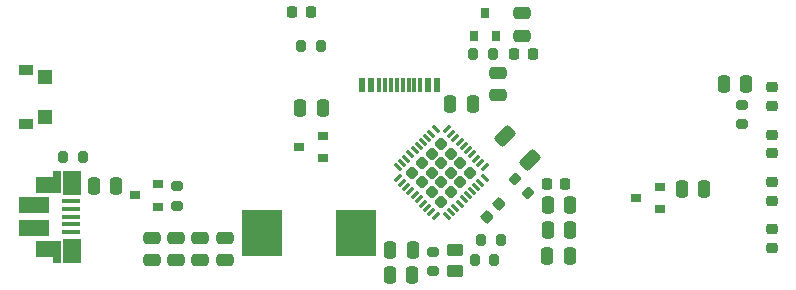
<source format=gbr>
%TF.GenerationSoftware,KiCad,Pcbnew,5.99.0-unknown-a8672dd2f9~128~ubuntu20.04.1*%
%TF.CreationDate,2021-05-09T18:34:13+01:00*%
%TF.ProjectId,usbpd_powerbank,75736270-645f-4706-9f77-657262616e6b,rev?*%
%TF.SameCoordinates,Original*%
%TF.FileFunction,Paste,Top*%
%TF.FilePolarity,Positive*%
%FSLAX46Y46*%
G04 Gerber Fmt 4.6, Leading zero omitted, Abs format (unit mm)*
G04 Created by KiCad (PCBNEW 5.99.0-unknown-a8672dd2f9~128~ubuntu20.04.1) date 2021-05-09 18:34:13*
%MOMM*%
%LPD*%
G01*
G04 APERTURE LIST*
G04 Aperture macros list*
%AMRoundRect*
0 Rectangle with rounded corners*
0 $1 Rounding radius*
0 $2 $3 $4 $5 $6 $7 $8 $9 X,Y pos of 4 corners*
0 Add a 4 corners polygon primitive as box body*
4,1,4,$2,$3,$4,$5,$6,$7,$8,$9,$2,$3,0*
0 Add four circle primitives for the rounded corners*
1,1,$1+$1,$2,$3*
1,1,$1+$1,$4,$5*
1,1,$1+$1,$6,$7*
1,1,$1+$1,$8,$9*
0 Add four rect primitives between the rounded corners*
20,1,$1+$1,$2,$3,$4,$5,0*
20,1,$1+$1,$4,$5,$6,$7,0*
20,1,$1+$1,$6,$7,$8,$9,0*
20,1,$1+$1,$8,$9,$2,$3,0*%
G04 Aperture macros list end*
%ADD10RoundRect,0.250000X-0.475000X0.250000X-0.475000X-0.250000X0.475000X-0.250000X0.475000X0.250000X0*%
%ADD11R,0.900000X0.800000*%
%ADD12RoundRect,0.200000X-0.335876X-0.053033X-0.053033X-0.335876X0.335876X0.053033X0.053033X0.335876X0*%
%ADD13RoundRect,0.225000X0.225000X0.250000X-0.225000X0.250000X-0.225000X-0.250000X0.225000X-0.250000X0*%
%ADD14RoundRect,0.200000X-0.200000X-0.275000X0.200000X-0.275000X0.200000X0.275000X-0.200000X0.275000X0*%
%ADD15RoundRect,0.218750X0.256250X-0.218750X0.256250X0.218750X-0.256250X0.218750X-0.256250X-0.218750X0*%
%ADD16RoundRect,0.250000X0.250000X0.475000X-0.250000X0.475000X-0.250000X-0.475000X0.250000X-0.475000X0*%
%ADD17RoundRect,0.250000X-0.250000X-0.475000X0.250000X-0.475000X0.250000X0.475000X-0.250000X0.475000X0*%
%ADD18R,0.800000X0.900000*%
%ADD19RoundRect,0.225000X-0.225000X-0.250000X0.225000X-0.250000X0.225000X0.250000X-0.225000X0.250000X0*%
%ADD20R,0.600000X1.160000*%
%ADD21R,0.300000X1.160000*%
%ADD22RoundRect,0.250000X-0.450000X0.262500X-0.450000X-0.262500X0.450000X-0.262500X0.450000X0.262500X0*%
%ADD23RoundRect,0.200000X-0.275000X0.200000X-0.275000X-0.200000X0.275000X-0.200000X0.275000X0.200000X0*%
%ADD24RoundRect,0.225000X-0.017678X0.335876X-0.335876X0.017678X0.017678X-0.335876X0.335876X-0.017678X0*%
%ADD25RoundRect,0.200000X0.275000X-0.200000X0.275000X0.200000X-0.275000X0.200000X-0.275000X-0.200000X0*%
%ADD26RoundRect,0.232500X0.000000X-0.328805X0.328805X0.000000X0.000000X0.328805X-0.328805X0.000000X0*%
%ADD27RoundRect,0.062500X-0.203293X-0.291682X0.291682X0.203293X0.203293X0.291682X-0.291682X-0.203293X0*%
%ADD28RoundRect,0.062500X0.203293X-0.291682X0.291682X-0.203293X-0.203293X0.291682X-0.291682X0.203293X0*%
%ADD29R,1.200000X0.900000*%
%ADD30R,1.300000X1.150000*%
%ADD31RoundRect,0.200000X0.200000X0.275000X-0.200000X0.275000X-0.200000X-0.275000X0.200000X-0.275000X0*%
%ADD32RoundRect,0.218750X0.218750X0.256250X-0.218750X0.256250X-0.218750X-0.256250X0.218750X-0.256250X0*%
%ADD33RoundRect,0.250000X0.475000X-0.250000X0.475000X0.250000X-0.475000X0.250000X-0.475000X-0.250000X0*%
%ADD34RoundRect,0.250000X-0.662913X-0.220971X-0.220971X-0.662913X0.662913X0.220971X0.220971X0.662913X0*%
%ADD35R,3.500000X4.000000*%
%ADD36R,1.650000X0.400000*%
%ADD37R,1.500000X2.000000*%
%ADD38R,0.700000X1.825000*%
%ADD39R,2.500000X1.430000*%
%ADD40R,2.000000X1.350000*%
G04 APERTURE END LIST*
D10*
%TO.C,C16*%
X84000000Y-79930000D03*
X84000000Y-81830000D03*
%TD*%
%TO.C,C3*%
X115340000Y-60930000D03*
X115340000Y-62830000D03*
%TD*%
D11*
%TO.C,Q4*%
X84550000Y-77300000D03*
X84550000Y-75400000D03*
X82550000Y-76350000D03*
%TD*%
D12*
%TO.C,R6*%
X114736637Y-74966637D03*
X115903363Y-76133363D03*
%TD*%
D13*
%TO.C,C9*%
X119035000Y-75390000D03*
X117485000Y-75390000D03*
%TD*%
D14*
%TO.C,R7*%
X111375000Y-81800000D03*
X113025000Y-81800000D03*
%TD*%
D15*
%TO.C,D4*%
X136500000Y-72787500D03*
X136500000Y-71212500D03*
%TD*%
D16*
%TO.C,C7*%
X130800000Y-75790000D03*
X128900000Y-75790000D03*
%TD*%
D17*
%TO.C,C17*%
X117530000Y-77190000D03*
X119430000Y-77190000D03*
%TD*%
%TO.C,C1*%
X132430000Y-66920000D03*
X134330000Y-66920000D03*
%TD*%
%TO.C,C10*%
X117480000Y-81450000D03*
X119380000Y-81450000D03*
%TD*%
D16*
%TO.C,C2*%
X98470000Y-68930000D03*
X96570000Y-68930000D03*
%TD*%
D15*
%TO.C,D2*%
X136520000Y-80787500D03*
X136520000Y-79212500D03*
%TD*%
D18*
%TO.C,Q3*%
X111250000Y-62870000D03*
X113150000Y-62870000D03*
X112200000Y-60870000D03*
%TD*%
D19*
%TO.C,C8*%
X114715000Y-64380000D03*
X116265000Y-64380000D03*
%TD*%
D15*
%TO.C,D3*%
X136500000Y-68787500D03*
X136500000Y-67212500D03*
%TD*%
D11*
%TO.C,Q1*%
X127000000Y-77510000D03*
X127000000Y-75610000D03*
X125000000Y-76560000D03*
%TD*%
D20*
%TO.C,P1*%
X108200000Y-67010000D03*
X107400000Y-67010000D03*
D21*
X106250000Y-67010000D03*
X105250000Y-67010000D03*
X104750000Y-67010000D03*
X103750000Y-67010000D03*
D20*
X102600000Y-67010000D03*
X101800000Y-67010000D03*
X101800000Y-67010000D03*
X102600000Y-67010000D03*
D21*
X103250000Y-67010000D03*
X104250000Y-67010000D03*
X105750000Y-67010000D03*
X106750000Y-67010000D03*
D20*
X107400000Y-67010000D03*
X108200000Y-67010000D03*
%TD*%
D10*
%TO.C,C18*%
X86060000Y-79930000D03*
X86060000Y-81830000D03*
%TD*%
D22*
%TO.C,TH1*%
X109710000Y-80957500D03*
X109710000Y-82782500D03*
%TD*%
D23*
%TO.C,R5*%
X107780000Y-81135000D03*
X107780000Y-82785000D03*
%TD*%
D10*
%TO.C,C14*%
X88130000Y-79930000D03*
X88130000Y-81830000D03*
%TD*%
D14*
%TO.C,R9*%
X96670000Y-63730000D03*
X98320000Y-63730000D03*
%TD*%
D24*
%TO.C,C11*%
X113448008Y-77101992D03*
X112351992Y-78198008D03*
%TD*%
D11*
%TO.C,Q2*%
X98510000Y-73180000D03*
X98510000Y-71280000D03*
X96510000Y-72230000D03*
%TD*%
D25*
%TO.C,R10*%
X133950000Y-70325000D03*
X133950000Y-68675000D03*
%TD*%
D26*
%TO.C,U1*%
X108520000Y-71990482D03*
X109333173Y-74430000D03*
X110146346Y-73616827D03*
X109333173Y-72803654D03*
X108520000Y-73616827D03*
X107706827Y-72803654D03*
X110959518Y-74430000D03*
X110146346Y-75243173D03*
X108520000Y-76869518D03*
X106893654Y-75243173D03*
X107706827Y-76056346D03*
X107706827Y-74430000D03*
X109333173Y-76056346D03*
X106080482Y-74430000D03*
X106893654Y-73616827D03*
X108520000Y-75243173D03*
D27*
X104851884Y-74916136D03*
X105205437Y-75269689D03*
X105558990Y-75623243D03*
X105912544Y-75976796D03*
X106266097Y-76330349D03*
X106619651Y-76683903D03*
X106973204Y-77037456D03*
X107326757Y-77391010D03*
X107680311Y-77744563D03*
X108033864Y-78098116D03*
D28*
X109006136Y-78098116D03*
X109359689Y-77744563D03*
X109713243Y-77391010D03*
X110066796Y-77037456D03*
X110420349Y-76683903D03*
X110773903Y-76330349D03*
X111127456Y-75976796D03*
X111481010Y-75623243D03*
X111834563Y-75269689D03*
X112188116Y-74916136D03*
D27*
X112188116Y-73943864D03*
X111834563Y-73590311D03*
X111481010Y-73236757D03*
X111127456Y-72883204D03*
X110773903Y-72529651D03*
X110420349Y-72176097D03*
X110066796Y-71822544D03*
X109713243Y-71468990D03*
X109359689Y-71115437D03*
X109006136Y-70761884D03*
D28*
X108033864Y-70761884D03*
X107680311Y-71115437D03*
X107326757Y-71468990D03*
X106973204Y-71822544D03*
X106619651Y-72176097D03*
X106266097Y-72529651D03*
X105912544Y-72883204D03*
X105558990Y-73236757D03*
X105205437Y-73590311D03*
X104851884Y-73943864D03*
%TD*%
D16*
%TO.C,C4*%
X81010000Y-75580000D03*
X79110000Y-75580000D03*
%TD*%
%TO.C,C12*%
X106110000Y-80940000D03*
X104210000Y-80940000D03*
%TD*%
%TO.C,C15*%
X106060000Y-83050000D03*
X104160000Y-83050000D03*
%TD*%
D29*
%TO.C,SW1*%
X73400000Y-70300000D03*
X73400000Y-65700000D03*
D30*
X75000000Y-69675000D03*
X75000000Y-66325000D03*
%TD*%
D31*
%TO.C,R1*%
X78165000Y-73120000D03*
X76515000Y-73120000D03*
%TD*%
D32*
%TO.C,D5*%
X97467500Y-60860000D03*
X95892500Y-60860000D03*
%TD*%
D33*
%TO.C,C6*%
X113350000Y-67870000D03*
X113350000Y-65970000D03*
%TD*%
D34*
%TO.C,R4*%
X113945856Y-71305856D03*
X116014144Y-73374144D03*
%TD*%
D17*
%TO.C,C13*%
X117520000Y-79300000D03*
X119420000Y-79300000D03*
%TD*%
D10*
%TO.C,C19*%
X90180000Y-79930000D03*
X90180000Y-81830000D03*
%TD*%
D16*
%TO.C,C5*%
X111170000Y-68620000D03*
X109270000Y-68620000D03*
%TD*%
D35*
%TO.C,L1*%
X101310000Y-79570000D03*
X93310000Y-79570000D03*
%TD*%
D14*
%TO.C,R8*%
X111885000Y-80150000D03*
X113535000Y-80150000D03*
%TD*%
D15*
%TO.C,D1*%
X136510000Y-76787500D03*
X136510000Y-75212500D03*
%TD*%
D36*
%TO.C,J3*%
X77165000Y-76860000D03*
X77165000Y-77510000D03*
X77165000Y-78160000D03*
X77165000Y-78810000D03*
X77165000Y-79460000D03*
D37*
X77265000Y-75310000D03*
D38*
X75965000Y-75210000D03*
X75965000Y-81160000D03*
D39*
X74015000Y-77200000D03*
D37*
X77285000Y-81060000D03*
D39*
X74015000Y-79120000D03*
D40*
X75215000Y-75430000D03*
X75215000Y-80910000D03*
%TD*%
D31*
%TO.C,R2*%
X112865000Y-64390000D03*
X111215000Y-64390000D03*
%TD*%
D23*
%TO.C,R3*%
X86120000Y-75565000D03*
X86120000Y-77215000D03*
%TD*%
M02*

</source>
